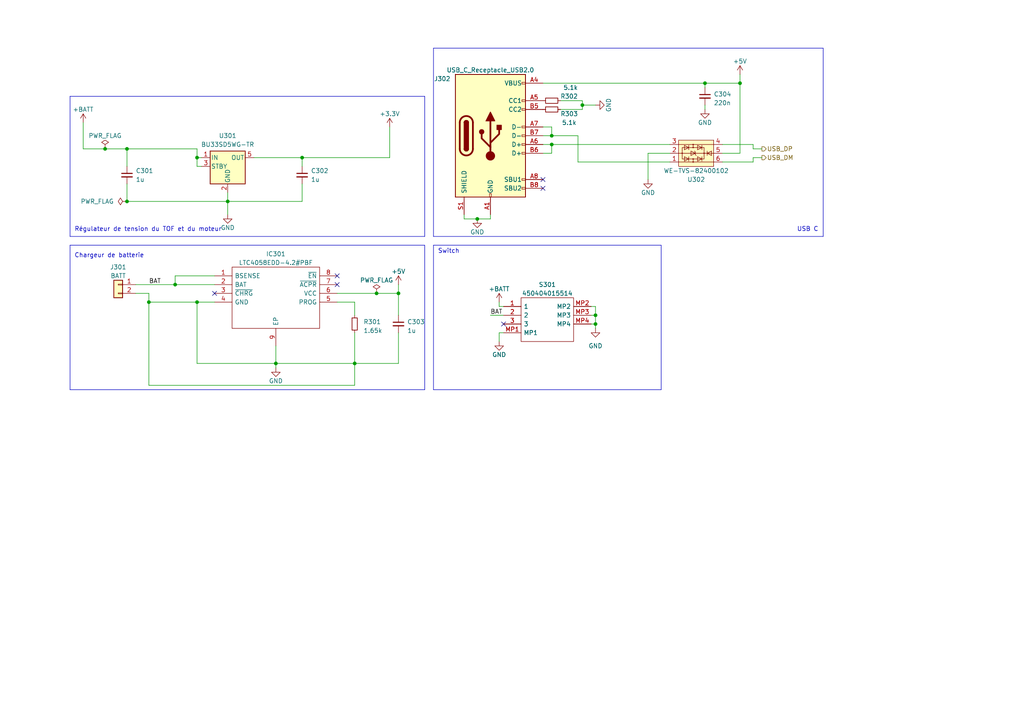
<source format=kicad_sch>
(kicad_sch (version 20230121) (generator eeschema)
  (paper "A4")
  (lib_symbols
    (symbol "450404015514:450404015514" (pin_names (offset 0.762))
      (property "Reference" "S" (at 21.59 7.62 0))
      (property "Value" "450404015514" (at 21.59 5.08 0))
      (symbol "450404015514_0_0"
        (pin passive line (at 0 0 0) (length 5.08) (name "1") (number "1"))
        (pin passive line (at 0 -2.54 0) (length 5.08) (name "2") (number "2"))
        (pin passive line (at 0 -5.08 0) (length 5.08) (name "3") (number "3"))
        (pin passive line (at 0 -7.62 0) (length 5.08) (name "MP1") (number "MP1"))
        (pin passive line (at 25.4 0 180) (length 5.08) (name "MP2") (number "MP2"))
        (pin passive line (at 25.4 -2.54 180) (length 5.08) (name "MP3") (number "MP3"))
        (pin passive line (at 25.4 -5.08 180) (length 5.08) (name "MP4") (number "MP4"))
      )
      (symbol "450404015514_0_1"
        (polyline (pts (xy 5.08 2.54) (xy 20.32 2.54) (xy 20.32 -10.16) (xy 5.08 -10.16) (xy 5.08 2.54)) (stroke (width 0.1524)))
      )
    )
    (symbol "Connector:USB_C_Receptacle_USB2.0" (pin_names (offset 1.016))
      (property "Reference" "J" (at -10.16 19.05 0))
      (property "Value" "USB_C_Receptacle_USB2.0" (at 19.05 19.05 0))
      (symbol "USB_C_Receptacle_USB2.0_0_0"
        (rectangle (start -0.254 -17.78) (end 0.254 -16.764))
        (rectangle (start 10.16 -14.986) (end 9.144 -15.494))
        (rectangle (start 10.16 -12.446) (end 9.144 -12.954))
        (rectangle (start 10.16 -4.826) (end 9.144 -5.334))
        (rectangle (start 10.16 -2.286) (end 9.144 -2.794))
        (rectangle (start 10.16 0.254) (end 9.144 -0.254))
        (rectangle (start 10.16 2.794) (end 9.144 2.286))
        (rectangle (start 10.16 7.874) (end 9.144 7.366))
        (rectangle (start 10.16 10.414) (end 9.144 9.906))
        (rectangle (start 10.16 15.494) (end 9.144 14.986))
      )
      (symbol "USB_C_Receptacle_USB2.0_0_1"
        (rectangle (start -10.16 17.78) (end 10.16 -17.78) (stroke (width 0.254)) (fill (type background)))
        (arc (start -8.89 -3.81) (mid -6.985 -5.7067) (end -5.08 -3.81) (stroke (width 0.508)))
        (arc (start -7.62 -3.81) (mid -6.985 -4.4423) (end -6.35 -3.81) (stroke (width 0.254)))
        (arc (start -7.62 -3.81) (mid -6.985 -4.4423) (end -6.35 -3.81) (stroke (width 0.254)) (fill (type outline)))
        (rectangle (start -7.62 -3.81) (end -6.35 3.81) (stroke (width 0.254)) (fill (type outline)))
        (arc (start -6.35 3.81) (mid -6.985 4.4423) (end -7.62 3.81) (stroke (width 0.254)))
        (arc (start -6.35 3.81) (mid -6.985 4.4423) (end -7.62 3.81) (stroke (width 0.254)) (fill (type outline)))
        (arc (start -5.08 3.81) (mid -6.985 5.7067) (end -8.89 3.81) (stroke (width 0.508)))
        (circle (center -2.54 1.143) (radius 0.635) (stroke (width 0.254)) (fill (type outline)))
        (circle (center 0 -5.842) (radius 1.27) (fill (type outline)))
        (polyline (pts (xy -8.89 -3.81) (xy -8.89 3.81)) (stroke (width 0.508)))
        (polyline (pts (xy -5.08 3.81) (xy -5.08 -3.81)) (stroke (width 0.508)))
        (polyline (pts (xy 0 -5.842) (xy 0 4.318)) (stroke (width 0.508)))
        (polyline (pts (xy 0 -3.302) (xy -2.54 -0.762) (xy -2.54 0.508)) (stroke (width 0.508)))
        (polyline (pts (xy 0 -2.032) (xy 2.54 0.508) (xy 2.54 1.778)) (stroke (width 0.508)))
        (polyline (pts (xy -1.27 4.318) (xy 0 6.858) (xy 1.27 4.318) (xy -1.27 4.318)) (stroke (width 0.254)) (fill (type outline)))
        (rectangle (start 1.905 1.778) (end 3.175 3.048) (stroke (width 0.254)) (fill (type outline)))
      )
      (symbol "USB_C_Receptacle_USB2.0_1_1"
        (pin passive line (at 0 -22.86 90) (length 5.08) (name "GND") (number "A1"))
        (pin passive line (at 0 -22.86 90) (length 5.08) hide (name "GND") (number "A12"))
        (pin passive line (at 15.24 15.24 180) (length 5.08) (name "VBUS") (number "A4"))
        (pin bidirectional line (at 15.24 10.16 180) (length 5.08) (name "CC1") (number "A5"))
        (pin bidirectional line (at 15.24 -2.54 180) (length 5.08) (name "D+") (number "A6"))
        (pin bidirectional line (at 15.24 2.54 180) (length 5.08) (name "D-") (number "A7"))
        (pin bidirectional line (at 15.24 -12.7 180) (length 5.08) (name "SBU1") (number "A8"))
        (pin passive line (at 15.24 15.24 180) (length 5.08) hide (name "VBUS") (number "A9"))
        (pin passive line (at 0 -22.86 90) (length 5.08) hide (name "GND") (number "B1"))
        (pin passive line (at 0 -22.86 90) (length 5.08) hide (name "GND") (number "B12"))
        (pin passive line (at 15.24 15.24 180) (length 5.08) hide (name "VBUS") (number "B4"))
        (pin bidirectional line (at 15.24 7.62 180) (length 5.08) (name "CC2") (number "B5"))
        (pin bidirectional line (at 15.24 -5.08 180) (length 5.08) (name "D+") (number "B6"))
        (pin bidirectional line (at 15.24 0 180) (length 5.08) (name "D-") (number "B7"))
        (pin bidirectional line (at 15.24 -15.24 180) (length 5.08) (name "SBU2") (number "B8"))
        (pin passive line (at 15.24 15.24 180) (length 5.08) hide (name "VBUS") (number "B9"))
        (pin passive line (at -7.62 -22.86 90) (length 5.08) (name "SHIELD") (number "S1"))
      )
    )
    (symbol "Connector_Generic:Conn_01x02" (pin_names (offset 1.016) hide)
      (property "Reference" "J" (at 0 2.54 0))
      (property "Value" "Conn_01x02" (at 0 -5.08 0))
      (symbol "Conn_01x02_1_1"
        (rectangle (start -1.27 -2.413) (end 0 -2.667) (stroke (width 0.1524)))
        (rectangle (start -1.27 0.127) (end 0 -0.127) (stroke (width 0.1524)))
        (rectangle (start -1.27 1.27) (end 1.27 -3.81) (stroke (width 0.254)) (fill (type background)))
        (pin passive line (at -5.08 0 0) (length 3.81) (name "Pin_1") (number "1"))
        (pin passive line (at -5.08 -2.54 0) (length 3.81) (name "Pin_2") (number "2"))
      )
    )
    (symbol "Device:C_Small" (pin_numbers hide) (pin_names (offset 0.254) hide)
      (property "Reference" "C" (at 0.254 1.778 0))
      (property "Value" "C_Small" (at 0.254 -2.032 0))
      (symbol "C_Small_0_1"
        (polyline (pts (xy -1.524 -0.508) (xy 1.524 -0.508)) (stroke (width 0.3302)))
        (polyline (pts (xy -1.524 0.508) (xy 1.524 0.508)) (stroke (width 0.3048)))
      )
      (symbol "C_Small_1_1"
        (pin passive line (at 0 2.54 270) (length 2.032) (name "~") (number "1"))
        (pin passive line (at 0 -2.54 90) (length 2.032) (name "~") (number "2"))
      )
    )
    (symbol "Device:R_Small" (pin_numbers hide) (pin_names (offset 0.254) hide)
      (property "Reference" "R" (at 0.762 0.508 0))
      (property "Value" "R_Small" (at 0.762 -1.016 0))
      (symbol "R_Small_0_1"
        (rectangle (start -0.762 1.778) (end 0.762 -1.778) (stroke (width 0.2032)))
      )
      (symbol "R_Small_1_1"
        (pin passive line (at 0 2.54 270) (length 0.762) (name "~") (number "1"))
        (pin passive line (at 0 -2.54 90) (length 0.762) (name "~") (number "2"))
      )
    )
    (symbol "LTC4058EDD-4.2#PBF:LTC4058EDD-4.2#PBF" (pin_names (offset 0.762))
      (property "Reference" "IC" (at 31.75 7.62 0))
      (property "Value" "LTC4058EDD-4.2#PBF" (at 31.75 5.08 0))
      (symbol "LTC4058EDD-4.2#PBF_0_0"
        (pin passive line (at 0 0 0) (length 5.08) (name "BSENSE") (number "1"))
        (pin passive line (at 0 -2.54 0) (length 5.08) (name "BAT") (number "2"))
        (pin passive line (at 0 -5.08 0) (length 5.08) (name "~{CHRG}") (number "3"))
        (pin passive line (at 0 -7.62 0) (length 5.08) (name "GND") (number "4"))
        (pin passive line (at 35.56 -7.62 180) (length 5.08) (name "PROG") (number "5"))
        (pin passive line (at 35.56 -5.08 180) (length 5.08) (name "VCC") (number "6"))
        (pin passive line (at 35.56 -2.54 180) (length 5.08) (name "~{ACPR}") (number "7"))
        (pin passive line (at 35.56 0 180) (length 5.08) (name "~{EN}") (number "8"))
        (pin passive line (at 17.78 -20.32 90) (length 5.08) (name "EP") (number "9"))
      )
      (symbol "LTC4058EDD-4.2#PBF_0_1"
        (polyline (pts (xy 5.08 2.54) (xy 30.48 2.54) (xy 30.48 -15.24) (xy 5.08 -15.24) (xy 5.08 2.54)) (stroke (width 0.1524)))
      )
    )
    (symbol "Power_Protection:WE-TVS-82400102"
      (property "Reference" "U" (at 0 7.62 0))
      (property "Value" "WE-TVS-82400102" (at 0 5.08 0))
      (symbol "WE-TVS-82400102_0_1"
        (rectangle (start -5.08 3.81) (end 5.08 -3.81) (fill (type background)))
        (circle (center -4.064 0) (radius 0.127))
        (rectangle (start -4.064 1.651) (end 2.286 -1.651))
        (circle (center -0.889 -2.54) (radius 0.127))
        (circle (center -0.889 -1.651) (radius 0.127))
        (circle (center -0.889 1.651) (radius 0.127))
        (circle (center -0.889 2.54) (radius 0.127))
        (polyline (pts (xy -5.08 -2.54) (xy 5.08 -2.54)))
        (polyline (pts (xy -5.08 2.54) (xy 5.08 2.54)))
        (polyline (pts (xy -4.064 0) (xy -5.08 0)))
        (polyline (pts (xy -4.064 0) (xy 2.286 0)) (fill (type outline)))
        (polyline (pts (xy -2.159 -1.016) (xy -2.159 -2.286)))
        (polyline (pts (xy -2.159 2.286) (xy -2.159 1.016)))
        (polyline (pts (xy -0.889 -1.651) (xy -0.889 -2.413)))
        (polyline (pts (xy -0.889 1.651) (xy -0.889 2.54)))
        (polyline (pts (xy -0.508 -0.635) (xy -0.508 -0.635)))
        (polyline (pts (xy 1.651 -1.016) (xy 1.651 -2.286)))
        (polyline (pts (xy 1.651 2.286) (xy 1.651 1.016)))
        (polyline (pts (xy 2.286 0) (xy 5.08 0)))
        (polyline (pts (xy -3.429 -1.016) (xy -3.429 -2.286) (xy -2.159 -1.651) (xy -3.429 -1.016)))
        (polyline (pts (xy -3.429 1.016) (xy -3.429 2.286) (xy -2.159 1.651) (xy -3.429 1.016)))
        (polyline (pts (xy 0 0.635) (xy -0.254 0.381) (xy -0.254 -0.381) (xy -0.508 -0.635)))
        (polyline (pts (xy 0.381 -1.016) (xy 0.381 -2.286) (xy 1.651 -1.651) (xy 0.381 -1.016)))
        (polyline (pts (xy 0.381 1.016) (xy 0.381 2.286) (xy 1.651 1.651) (xy 0.381 1.016)))
        (circle (center 2.286 0) (radius 0.127))
      )
      (symbol "WE-TVS-82400102_1_1"
        (polyline (pts (xy 3.175 0.635) (xy 3.175 -0.635)))
        (polyline (pts (xy -1.524 0.635) (xy -1.524 -0.635) (xy -0.254 0) (xy -1.524 0.635)))
        (polyline (pts (xy 4.445 0.635) (xy 4.445 -0.635) (xy 3.175 0) (xy 4.445 0.635)))
        (pin passive line (at -7.62 2.54 0) (length 2.54) (name "~") (number "1"))
        (pin passive line (at -7.62 0 0) (length 2.54) (name "~") (number "2"))
        (pin passive line (at -7.62 -2.54 0) (length 2.54) (name "~") (number "3"))
        (pin passive line (at 7.62 -2.54 180) (length 2.54) (name "~") (number "4"))
        (pin passive line (at 7.62 0 180) (length 2.54) (name "~") (number "5"))
        (pin passive line (at 7.62 2.54 180) (length 2.54) (name "~") (number "6"))
      )
    )
    (symbol "WITNS_ROHM:BU33SD5WG-TR" (pin_names (offset 0.254))
      (property "Reference" "U?" (at 0 10.16 0))
      (property "Value" "BU33SD5WG-TR" (at 0 7.62 0))
      (symbol "BU33SD5WG-TR_0_1"
        (rectangle (start -5.08 4.445) (end 5.08 -5.08) (stroke (width 0.254)) (fill (type background)))
      )
      (symbol "BU33SD5WG-TR_1_1"
        (pin power_in line (at -7.62 2.54 0) (length 2.54) (name "IN") (number "1"))
        (pin power_in line (at 0 -7.62 90) (length 2.54) (name "GND") (number "2"))
        (pin input line (at -7.62 0 0) (length 2.54) (name "STBY") (number "3"))
        (pin no_connect line (at 5.08 0 180) (length 2.54) hide (name "NC") (number "4"))
        (pin power_out line (at 7.62 2.54 180) (length 2.54) (name "OUT") (number "5"))
      )
    )
    (symbol "power:+3.3V" (power) (pin_names (offset 0))
      (property "Value" "+3.3V" (at 0 3.556 0))
      (symbol "+3.3V_0_1"
        (polyline (pts (xy -0.762 1.27) (xy 0 2.54)))
        (polyline (pts (xy 0 0) (xy 0 2.54)))
        (polyline (pts (xy 0 2.54) (xy 0.762 1.27)))
      )
      (symbol "+3.3V_1_1"
        (pin power_in line (at 0 0 90) (length 0) hide (name "+3.3V") (number "1"))
      )
    )
    (symbol "power:+5V" (power) (pin_names (offset 0))
      (property "Value" "+5V" (at 0 3.556 0))
      (symbol "+5V_0_1"
        (polyline (pts (xy -0.762 1.27) (xy 0 2.54)))
        (polyline (pts (xy 0 0) (xy 0 2.54)))
        (polyline (pts (xy 0 2.54) (xy 0.762 1.27)))
      )
      (symbol "+5V_1_1"
        (pin power_in line (at 0 0 90) (length 0) hide (name "+5V") (number "1"))
      )
    )
    (symbol "power:+BATT" (power) (pin_names (offset 0))
      (property "Value" "+BATT" (at 0 3.556 0))
      (symbol "+BATT_0_1"
        (polyline (pts (xy -0.762 1.27) (xy 0 2.54)))
        (polyline (pts (xy 0 0) (xy 0 2.54)))
        (polyline (pts (xy 0 2.54) (xy 0.762 1.27)))
      )
      (symbol "+BATT_1_1"
        (pin power_in line (at 0 0 90) (length 0) hide (name "+BATT") (number "1"))
      )
    )
    (symbol "power:GND" (power) (pin_names (offset 0))
      (property "Value" "GND" (at 0 -3.81 0))
      (symbol "GND_0_1"
        (polyline (pts (xy 0 0) (xy 0 -1.27) (xy 1.27 -1.27) (xy 0 -2.54) (xy -1.27 -1.27) (xy 0 -1.27)))
      )
      (symbol "GND_1_1"
        (pin power_in line (at 0 0 270) (length 0) hide (name "GND") (number "1"))
      )
    )
    (symbol "power:PWR_FLAG" (power) (pin_numbers hide) (pin_names (offset 0) hide)
      (property "Value" "PWR_FLAG" (at 0 3.81 0))
      (symbol "PWR_FLAG_0_0"
        (pin power_out line (at 0 0 90) (length 0) (name "pwr") (number "1"))
      )
      (symbol "PWR_FLAG_0_1"
        (polyline (pts (xy 0 0) (xy 0 1.27) (xy -1.016 1.905) (xy 0 2.54) (xy 1.016 1.905) (xy 0 1.27)))
      )
    )
  )
  (junction (at 214.63 24.13))
  (junction (at 57.15 87.63))
  (junction (at 168.91 30.48))
  (junction (at 36.83 58.42))
  (junction (at 30.48 43.18))
  (junction (at 36.83 43.18))
  (junction (at 109.22 85.09))
  (junction (at 87.63 45.72))
  (junction (at 66.04 58.42))
  (junction (at 50.8 82.55))
  (junction (at 102.87 105.41))
  (junction (at 172.72 91.44))
  (junction (at 115.57 85.09))
  (junction (at 80.01 105.41))
  (junction (at 43.18 87.63))
  (junction (at 172.72 93.98))
  (junction (at 160.02 39.37))
  (junction (at 204.47 24.13))
  (junction (at 57.15 45.72))
  (junction (at 160.02 41.91))
  (junction (at 138.43 63.5))
  (no_connect (at 157.48 52.07))
  (no_connect (at 146.05 93.98))
  (no_connect (at 157.48 54.61))
  (no_connect (at 62.23 85.09))
  (no_connect (at 97.79 80.01))
  (no_connect (at 97.79 82.55))
  (polyline (pts (xy 191.77 113.03) (xy 125.73 113.03)))
  (wire (pts (xy 50.8 80.01) (xy 50.8 82.55)))
  (wire (pts (xy 204.47 24.13) (xy 214.63 24.13)))
  (wire (pts (xy 142.24 62.23) (xy 142.24 63.5)))
  (polyline (pts (xy 191.77 71.12) (xy 191.77 113.03)))
  (wire (pts (xy 157.48 41.91) (xy 160.02 41.91)))
  (wire (pts (xy 113.03 36.83) (xy 113.03 45.72)))
  (wire (pts (xy 138.43 63.5) (xy 142.24 63.5)))
  (wire (pts (xy 171.45 91.44) (xy 172.72 91.44)))
  (wire (pts (xy 167.64 46.99) (xy 194.31 46.99)))
  (wire (pts (xy 115.57 91.44) (xy 115.57 85.09)))
  (wire (pts (xy 66.04 58.42) (xy 66.04 62.23)))
  (polyline (pts (xy 123.19 27.94) (xy 123.19 68.58)))
  (polyline (pts (xy 20.32 71.12) (xy 20.32 113.03)))
  (wire (pts (xy 209.55 46.99) (xy 218.44 46.99)))
  (wire (pts (xy 87.63 45.72) (xy 113.03 45.72)))
  (wire (pts (xy 115.57 85.09) (xy 109.22 85.09)))
  (wire (pts (xy 57.15 87.63) (xy 62.23 87.63)))
  (polyline (pts (xy 20.32 27.94) (xy 20.32 68.58)))
  (wire (pts (xy 50.8 82.55) (xy 62.23 82.55)))
  (wire (pts (xy 167.64 39.37) (xy 160.02 39.37)))
  (wire (pts (xy 214.63 21.59) (xy 214.63 24.13)))
  (wire (pts (xy 109.22 85.09) (xy 97.79 85.09)))
  (wire (pts (xy 39.37 85.09) (xy 43.18 85.09)))
  (wire (pts (xy 204.47 30.48) (xy 204.47 31.75)))
  (wire (pts (xy 57.15 45.72) (xy 57.15 43.18)))
  (wire (pts (xy 157.48 36.83) (xy 160.02 36.83)))
  (wire (pts (xy 218.44 43.18) (xy 220.98 43.18)))
  (wire (pts (xy 144.78 96.52) (xy 144.78 99.06)))
  (wire (pts (xy 157.48 39.37) (xy 160.02 39.37)))
  (wire (pts (xy 209.55 41.91) (xy 218.44 41.91)))
  (wire (pts (xy 66.04 55.88) (xy 66.04 58.42)))
  (wire (pts (xy 62.23 80.01) (xy 50.8 80.01)))
  (wire (pts (xy 214.63 44.45) (xy 209.55 44.45)))
  (polyline (pts (xy 125.73 13.97) (xy 238.76 13.97)))
  (polyline (pts (xy 123.19 113.03) (xy 123.19 71.12)))
  (wire (pts (xy 157.48 44.45) (xy 160.02 44.45)))
  (wire (pts (xy 167.64 46.99) (xy 167.64 39.37)))
  (wire (pts (xy 102.87 87.63) (xy 102.87 91.44)))
  (polyline (pts (xy 123.19 71.12) (xy 20.32 71.12)))
  (polyline (pts (xy 125.73 71.12) (xy 125.73 113.03)))
  (polyline (pts (xy 20.32 113.03) (xy 123.19 113.03)))
  (wire (pts (xy 162.56 31.75) (xy 168.91 31.75)))
  (wire (pts (xy 80.01 105.41) (xy 80.01 106.68)))
  (wire (pts (xy 168.91 29.21) (xy 162.56 29.21)))
  (wire (pts (xy 218.44 41.91) (xy 218.44 43.18)))
  (polyline (pts (xy 123.19 68.58) (xy 20.32 68.58)))
  (wire (pts (xy 73.66 45.72) (xy 87.63 45.72)))
  (wire (pts (xy 36.83 43.18) (xy 57.15 43.18)))
  (wire (pts (xy 97.79 87.63) (xy 102.87 87.63)))
  (wire (pts (xy 172.72 95.25) (xy 172.72 93.98)))
  (wire (pts (xy 58.42 48.26) (xy 57.15 48.26)))
  (wire (pts (xy 36.83 53.34) (xy 36.83 58.42)))
  (wire (pts (xy 168.91 30.48) (xy 168.91 29.21)))
  (wire (pts (xy 172.72 91.44) (xy 172.72 88.9)))
  (wire (pts (xy 187.96 44.45) (xy 187.96 52.07)))
  (wire (pts (xy 134.62 62.23) (xy 134.62 63.5)))
  (wire (pts (xy 115.57 82.55) (xy 115.57 85.09)))
  (wire (pts (xy 43.18 111.76) (xy 102.87 111.76)))
  (wire (pts (xy 115.57 105.41) (xy 102.87 105.41)))
  (wire (pts (xy 172.72 93.98) (xy 172.72 91.44)))
  (wire (pts (xy 171.45 93.98) (xy 172.72 93.98)))
  (wire (pts (xy 194.31 44.45) (xy 187.96 44.45)))
  (wire (pts (xy 24.13 35.56) (xy 24.13 43.18)))
  (wire (pts (xy 102.87 105.41) (xy 80.01 105.41)))
  (polyline (pts (xy 20.32 27.94) (xy 123.19 27.94)))
  (wire (pts (xy 43.18 85.09) (xy 43.18 87.63)))
  (polyline (pts (xy 125.73 71.12) (xy 191.77 71.12)))
  (wire (pts (xy 172.72 88.9) (xy 171.45 88.9)))
  (wire (pts (xy 218.44 46.99) (xy 218.44 45.72)))
  (wire (pts (xy 39.37 82.55) (xy 50.8 82.55)))
  (wire (pts (xy 57.15 105.41) (xy 57.15 87.63)))
  (wire (pts (xy 204.47 24.13) (xy 204.47 25.4)))
  (wire (pts (xy 168.91 31.75) (xy 168.91 30.48)))
  (polyline (pts (xy 238.76 13.97) (xy 238.76 68.58)))
  (wire (pts (xy 160.02 41.91) (xy 160.02 44.45)))
  (wire (pts (xy 214.63 24.13) (xy 214.63 44.45)))
  (wire (pts (xy 80.01 105.41) (xy 57.15 105.41)))
  (wire (pts (xy 43.18 87.63) (xy 57.15 87.63)))
  (wire (pts (xy 157.48 24.13) (xy 204.47 24.13)))
  (wire (pts (xy 168.91 30.48) (xy 172.72 30.48)))
  (wire (pts (xy 160.02 36.83) (xy 160.02 39.37)))
  (wire (pts (xy 57.15 45.72) (xy 58.42 45.72)))
  (wire (pts (xy 134.62 63.5) (xy 138.43 63.5)))
  (wire (pts (xy 36.83 48.26) (xy 36.83 43.18)))
  (wire (pts (xy 43.18 87.63) (xy 43.18 111.76)))
  (wire (pts (xy 36.83 58.42) (xy 66.04 58.42)))
  (wire (pts (xy 115.57 96.52) (xy 115.57 105.41)))
  (wire (pts (xy 30.48 43.18) (xy 36.83 43.18)))
  (polyline (pts (xy 238.76 68.58) (xy 125.73 68.58)))
  (wire (pts (xy 87.63 53.34) (xy 87.63 58.42)))
  (wire (pts (xy 102.87 96.52) (xy 102.87 105.41)))
  (wire (pts (xy 66.04 58.42) (xy 87.63 58.42)))
  (wire (pts (xy 57.15 48.26) (xy 57.15 45.72)))
  (wire (pts (xy 218.44 45.72) (xy 220.98 45.72)))
  (wire (pts (xy 160.02 41.91) (xy 194.31 41.91)))
  (wire (pts (xy 24.13 43.18) (xy 30.48 43.18)))
  (wire (pts (xy 102.87 105.41) (xy 102.87 111.76)))
  (wire (pts (xy 80.01 100.33) (xy 80.01 105.41)))
  (polyline (pts (xy 125.73 13.97) (xy 125.73 68.58)))
  (wire (pts (xy 87.63 45.72) (xy 87.63 48.26)))
  (wire (pts (xy 144.78 96.52) (xy 146.05 96.52)))
  (wire (pts (xy 142.24 91.44) (xy 146.05 91.44)))
  (wire (pts (xy 144.78 87.63) (xy 144.78 88.9)))
  (wire (pts (xy 144.78 88.9) (xy 146.05 88.9)))
  (text "Chargeur de batterie\n" (at 21.59 74.93 0) (effects (font (size 1.27 1.27)) (justify left bottom)))
  (text "USB C" (at 231.14 67.31 0) (effects (font (size 1.27 1.27)) (justify left bottom)))
  (text "Régulateur de tension du TOF et du moteur\n" (at 21.59 67.31 0) (effects (font (size 1.27 1.27)) (justify left bottom)))
  (text "Switch\n" (at 127 73.66 0) (effects (font (size 1.27 1.27)) (justify left bottom)))
  (label "BAT" (at 142.24 91.44 0))
  (label "BAT" (at 43.18 82.55 0))
  (hierarchical_label "USB_DM" (shape output) (at 220.98 45.72 0))
  (hierarchical_label "USB_DP" (shape output) (at 220.98 43.18 0))
  (symbol (lib_id "power:GND") (at 66.04 62.23 0) (unit 1)
    (property "Reference" "#PWR0302" (effects hide))
    (property "Value" "GND" (at 66.04 66.04 0))
  )
  (symbol (lib_id "LTC4058EDD-4.2#PBF:LTC4058EDD-4.2#PBF") (at 62.23 80.01 0) (unit 1)
    (property "Reference" "IC301" (at 80.01 73.66 0))
    (property "Value" "LTC4058EDD-4.2#PBF" (at 80.01 76.2 0))
    (property "Footprint" "Package_DFN_QFN:DFN-8-1EP_3x3mm_P0.5mm_EP1.65x2.38mm_ThermalVias" (effects hide))
    (property "Datasheet" "https://www.analog.com/media/en/technical-documentation/data-sheets/405842fs.pdf" (effects hide))
    (property "Description" "IC CHARGER BATTERY LI-ION 8-DFN" (effects hide))
    (property "Height" "0.85" (effects hide))
    (property "Manufacturer_Name" "Analog Devices" (effects hide))
    (property "Manufacturer_Part_Number" "LTC4058EDD-4.2#PBF" (effects hide))
    (property "Mouser Part Number" "584-C4058EDD-4.2PBF" (effects hide))
    (property "Mouser Price/Stock" "https://www.mouser.com/Search/Refine.aspx?Keyword=584-C4058EDD-4.2PBF" (effects hide))
  )
  (symbol (lib_id "power:GND") (at 172.72 30.48 90) (unit 1)
    (property "Reference" "#PWR0309" (effects hide))
    (property "Value" "GND" (at 176.53 30.48 0))
  )
  (symbol (lib_id "Device:R_Small") (at 102.87 93.98 0) (unit 1)
    (property "Reference" "R301" (at 105.41 93.345 0) (effects (justify left)))
    (property "Value" "1.65k" (at 105.41 95.885 0) (effects (justify left)))
    (property "Footprint" "Resistor_SMD:R_0402_1005Metric" (effects hide))
  )
  (symbol (lib_id "power:GND") (at 80.01 106.68 0) (unit 1)
    (property "Reference" "#PWR0303" (effects hide))
    (property "Value" "GND" (at 80.01 110.49 0))
  )
  (symbol (lib_id "power:PWR_FLAG") (at 36.83 58.42 90) (unit 1)
    (property "Reference" "#FLG0302" (effects hide))
    (property "Value" "PWR_FLAG" (at 33.02 58.42 90) (effects (justify left)))
  )
  (symbol (lib_id "power:+BATT") (at 24.13 35.56 0) (unit 1)
    (property "Reference" "#PWR0301" (effects hide))
    (property "Value" "+BATT" (at 24.13 31.75 0))
  )
  (symbol (lib_id "Device:R_Small") (at 160.02 31.75 270) (unit 1)
    (property "Reference" "R303" (at 165.1 33.02 90))
    (property "Value" "5.1k" (at 165.1 35.56 90))
    (property "Footprint" "Resistor_SMD:R_0402_1005Metric" (effects hide))
    (property "Fournisseur" "Sotck" (effects hide))
  )
  (symbol (lib_id "WITNS_ROHM:BU33SD5WG-TR") (at 66.04 48.26 0) (unit 1)
    (property "Reference" "U301" (at 66.04 39.37 0))
    (property "Value" "BU33SD5WG-TR" (at 66.04 41.91 0))
    (property "Footprint" "Package_TO_SOT_SMD:SOT-23-5" (effects hide))
    (property "Datasheet" "https://fscdn.rohm.com/en/products/databook/datasheet/ic/power/linear_regulator/buxxsd5wg-e.pdf" (effects hide))
  )
  (symbol (lib_id "450404015514:450404015514") (at 146.05 88.9 0) (unit 1)
    (property "Reference" "S301" (at 158.75 82.55 0))
    (property "Value" "450404015514" (at 158.75 85.09 0))
    (property "Footprint" "mod:450404015514" (effects hide))
    (property "Datasheet" "https://katalog.we-online.de/em/datasheet/450404015514.pdf" (effects hide))
    (property "Description" "Slide Switch SPDT Surface Mount" (effects hide))
    (property "Height" "1.4" (effects hide))
    (property "Manufacturer_Name" "Wurth Elektronik" (effects hide))
    (property "Manufacturer_Part_Number" "450404015514" (effects hide))
    (property "Mouser Part Number" "710-450404015514" (effects hide))
    (property "Mouser Price/Stock" "https://www.mouser.co.uk/ProductDetail/Wurth-Elektronik/450404015514?qs=sPbYRqrBIVk21%2FxsES2IZA%3D%3D" (effects hide))
  )
  (symbol (lib_id "Device:C_Small") (at 204.47 27.94 0) (unit 1)
    (property "Reference" "C304" (at 207.01 27.3113 0) (effects (justify left)))
    (property "Value" "220n" (at 207.01 29.8513 0) (effects (justify left)))
    (property "Footprint" "Capacitor_SMD:C_0402_1005Metric" (effects hide))
  )
  (symbol (lib_id "power:PWR_FLAG") (at 30.48 43.18 0) (unit 1)
    (property "Reference" "#FLG0301" (effects hide))
    (property "Value" "PWR_FLAG" (at 30.48 39.37 0))
  )
  (symbol (lib_id "power:+5V") (at 115.57 82.55 0) (unit 1)
    (property "Reference" "#PWR0305" (effects hide))
    (property "Value" "+5V" (at 115.57 78.74 0))
  )
  (symbol (lib_id "Device:C_Small") (at 36.83 50.8 0) (unit 1)
    (property "Reference" "C301" (at 39.37 49.5363 0) (effects (justify left)))
    (property "Value" "1u" (at 39.37 52.0763 0) (effects (justify left)))
    (property "Footprint" "Capacitor_SMD:C_0402_1005Metric" (effects hide))
  )
  (symbol (lib_id "Connector:USB_C_Receptacle_USB2.0") (at 142.24 39.37 0) (unit 1)
    (property "Reference" "J302" (at 128.27 22.86 0))
    (property "Value" "USB_C_Receptacle_USB2.0" (at 142.24 20.32 0))
    (property "Footprint" "Connector_USB:USB_C_Receptacle_HRO_TYPE-C-31-M-12" (effects hide))
    (property "Datasheet" "https://www.usb.org/sites/default/files/documents/usb_type-c.zip" (effects hide))
    (property "Fournisseur" "Wurth" (effects hide))
    (property "MFR" "629 722 000 214" (effects hide))
  )
  (symbol (lib_id "power:+3.3V") (at 113.03 36.83 0) (unit 1)
    (property "Reference" "#PWR0304" (effects hide))
    (property "Value" "+3.3V" (at 113.03 33.02 0))
  )
  (symbol (lib_id "Power_Protection:WE-TVS-82400102") (at 201.93 44.45 0) (mirror x) (unit 1)
    (property "Reference" "U302" (at 201.93 52.07 0))
    (property "Value" "WE-TVS-82400102" (at 201.93 49.53 0))
    (property "Footprint" "Package_TO_SOT_SMD:SOT-23-6" (effects hide))
    (property "Datasheet" "https://katalog.we-online.de/pbs/datasheet/82400102.pdf" (effects hide))
  )
  (symbol (lib_id "power:+BATT") (at 144.78 87.63 0) (unit 1)
    (property "Reference" "#PWR0307" (effects hide))
    (property "Value" "+BATT" (at 144.78 83.82 0))
  )
  (symbol (lib_id "power:GND") (at 172.72 95.25 0) (unit 1)
    (property "Reference" "#PWR0310" (effects hide))
    (property "Value" "GND" (at 172.72 100.33 0))
  )
  (symbol (lib_id "Device:R_Small") (at 160.02 29.21 90) (unit 1)
    (property "Reference" "R302" (at 167.64 27.94 90) (effects (justify left)))
    (property "Value" "5.1k" (at 167.64 25.4 90) (effects (justify left)))
    (property "Footprint" "Resistor_SMD:R_0402_1005Metric" (effects hide))
    (property "Fournisseur" "Sotck" (effects hide))
  )
  (symbol (lib_id "power:PWR_FLAG") (at 109.22 85.09 0) (unit 1)
    (property "Reference" "#FLG0303" (effects hide))
    (property "Value" "PWR_FLAG" (at 109.22 81.28 0))
  )
  (symbol (lib_id "Connector_Generic:Conn_01x02") (at 34.29 82.55 0) (mirror y) (unit 1)
    (property "Reference" "J301" (at 34.29 77.47 0))
    (property "Value" "BATT" (at 34.29 80.01 0))
    (property "Footprint" "Connector_PinHeader_1.27mm:PinHeader_1x02_P1.27mm_Vertical" (effects hide))
  )
  (symbol (lib_id "power:+5V") (at 214.63 21.59 0) (unit 1)
    (property "Reference" "#PWR0313" (effects hide))
    (property "Value" "+5V" (at 214.63 17.78 0))
  )
  (symbol (lib_id "Device:C_Small") (at 115.57 93.98 0) (unit 1)
    (property "Reference" "C303" (at 118.11 93.3513 0) (effects (justify left)))
    (property "Value" "1u" (at 118.11 95.8913 0) (effects (justify left)))
    (property "Footprint" "Capacitor_SMD:C_0402_1005Metric" (effects hide))
  )
  (symbol (lib_id "power:GND") (at 204.47 31.75 0) (unit 1)
    (property "Reference" "#PWR0312" (effects hide))
    (property "Value" "GND" (at 204.47 35.56 0))
  )
  (symbol (lib_id "power:GND") (at 187.96 52.07 0) (unit 1)
    (property "Reference" "#PWR0311" (effects hide))
    (property "Value" "GND" (at 187.96 55.88 0))
  )
  (symbol (lib_id "power:GND") (at 144.78 99.06 0) (unit 1)
    (property "Reference" "#PWR0308" (effects hide))
    (property "Value" "GND" (at 144.78 102.87 0))
  )
  (symbol (lib_id "power:GND") (at 138.43 63.5 0) (unit 1)
    (property "Reference" "#PWR0306" (effects hide))
    (property "Value" "GND" (at 138.43 67.31 0))
  )
  (symbol (lib_id "Device:C_Small") (at 87.63 50.8 0) (unit 1)
    (property "Reference" "C302" (at 90.17 49.5363 0) (effects (justify left)))
    (property "Value" "1u" (at 90.17 52.0763 0) (effects (justify left)))
    (property "Footprint" "Capacitor_SMD:C_0402_1005Metric" (effects hide))
  )
)
</source>
